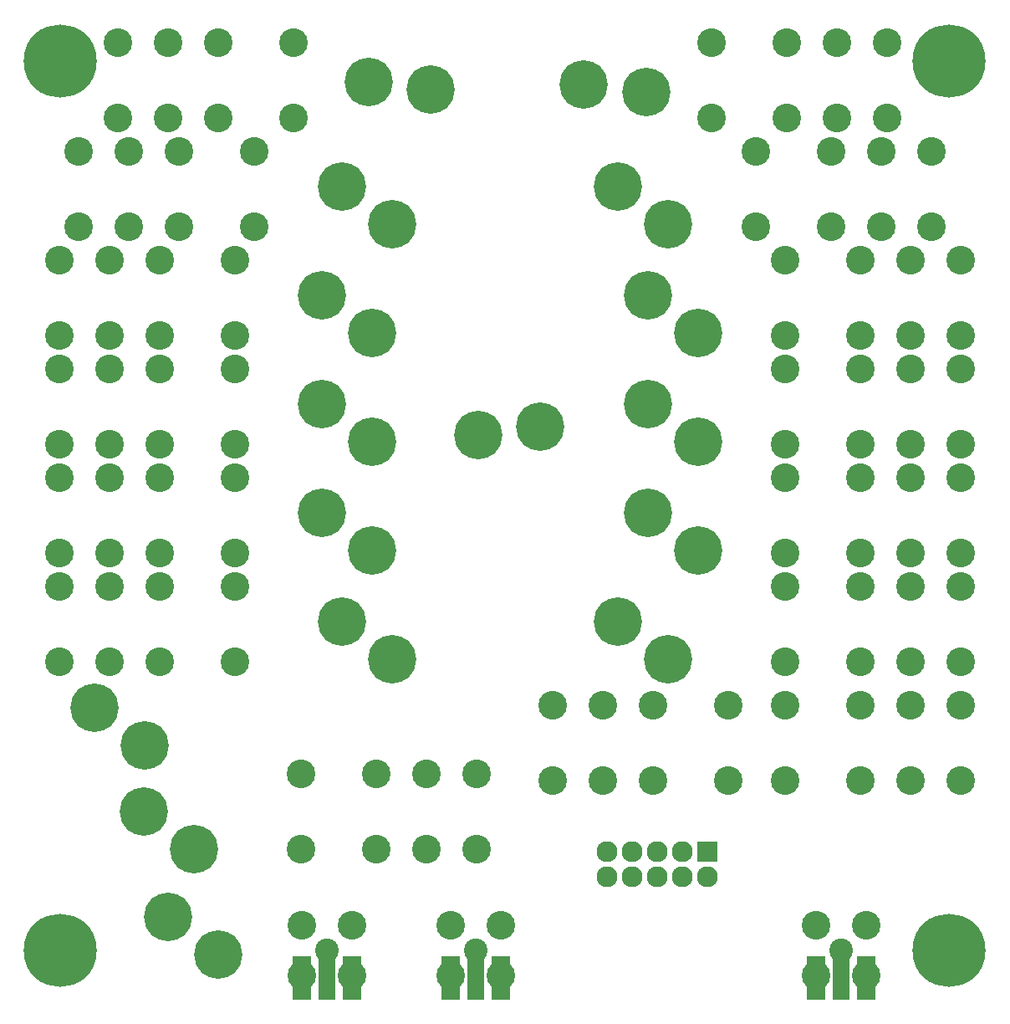
<source format=gts>
G04 #@! TF.FileFunction,Soldermask,Top*
%FSLAX46Y46*%
G04 Gerber Fmt 4.6, Leading zero omitted, Abs format (unit mm)*
G04 Created by KiCad (PCBNEW 4.0.7) date 07/05/18 17:57:39*
%MOMM*%
%LPD*%
G01*
G04 APERTURE LIST*
%ADD10C,0.100000*%
%ADD11C,4.900000*%
%ADD12R,2.127200X2.127200*%
%ADD13O,2.127200X2.127200*%
%ADD14C,2.900000*%
%ADD15C,2.398980*%
%ADD16C,2.899360*%
%ADD17C,7.400000*%
%ADD18R,1.800000X4.400000*%
%ADD19R,1.900000X4.400000*%
G04 APERTURE END LIST*
D10*
D11*
X112965295Y-52370148D03*
X119269705Y-53129705D03*
X91165295Y-52170148D03*
X97469705Y-52929705D03*
X116460000Y-62730000D03*
X121540000Y-66540000D03*
X119460000Y-84730000D03*
X124540000Y-88540000D03*
D12*
X125500000Y-130000000D03*
D13*
X125500000Y-132540000D03*
X122960000Y-130000000D03*
X122960000Y-132540000D03*
X120420000Y-130000000D03*
X120420000Y-132540000D03*
X117880000Y-130000000D03*
X117880000Y-132540000D03*
X115340000Y-130000000D03*
X115340000Y-132540000D03*
D14*
X133380000Y-70190000D03*
X133380000Y-77810000D03*
X141000000Y-70190000D03*
X141000000Y-77810000D03*
X146080000Y-70190000D03*
X146080000Y-77810000D03*
X151160000Y-70190000D03*
X151160000Y-77810000D03*
D11*
X119460000Y-95730000D03*
X124540000Y-99540000D03*
D14*
X127620000Y-122810000D03*
X127620000Y-115190000D03*
X120000000Y-122810000D03*
X120000000Y-115190000D03*
X114920000Y-122810000D03*
X114920000Y-115190000D03*
X109840000Y-122810000D03*
X109840000Y-115190000D03*
X83620000Y-55810000D03*
X83620000Y-48190000D03*
X76000000Y-55810000D03*
X76000000Y-48190000D03*
X70920000Y-55810000D03*
X70920000Y-48190000D03*
X65840000Y-55810000D03*
X65840000Y-48190000D03*
X133380000Y-103190000D03*
X133380000Y-110810000D03*
X141000000Y-103190000D03*
X141000000Y-110810000D03*
X146080000Y-103190000D03*
X146080000Y-110810000D03*
X151160000Y-103190000D03*
X151160000Y-110810000D03*
D11*
X86460000Y-95730000D03*
X91540000Y-99540000D03*
D15*
X102000000Y-140000000D03*
D16*
X104540000Y-137460000D03*
X104540000Y-142540000D03*
X99460000Y-142540000D03*
X99460000Y-137460000D03*
D15*
X139000000Y-140000000D03*
D16*
X141540000Y-137460000D03*
X141540000Y-142540000D03*
X136460000Y-142540000D03*
X136460000Y-137460000D03*
D17*
X60000000Y-50000000D03*
X150000000Y-140000000D03*
X60000000Y-140000000D03*
X150000000Y-50000000D03*
D15*
X87000000Y-140000000D03*
D16*
X89540000Y-137460000D03*
X89540000Y-142540000D03*
X84460000Y-142540000D03*
X84460000Y-137460000D03*
D11*
X86460000Y-84730000D03*
X91540000Y-88540000D03*
X75940000Y-140470000D03*
X70860000Y-136660000D03*
X88460000Y-62730000D03*
X93540000Y-66540000D03*
X86460000Y-73730000D03*
X91540000Y-77540000D03*
X88460000Y-106730000D03*
X93540000Y-110540000D03*
X73540000Y-129770000D03*
X68460000Y-125960000D03*
X119460000Y-73730000D03*
X124540000Y-77540000D03*
X116460000Y-106730000D03*
X121540000Y-110540000D03*
X68540000Y-119270000D03*
X63460000Y-115460000D03*
D14*
X84380000Y-122190000D03*
X84380000Y-129810000D03*
X92000000Y-122190000D03*
X92000000Y-129810000D03*
X97080000Y-122190000D03*
X97080000Y-129810000D03*
X102160000Y-122190000D03*
X102160000Y-129810000D03*
X79620000Y-66810000D03*
X79620000Y-59190000D03*
X72000000Y-66810000D03*
X72000000Y-59190000D03*
X66920000Y-66810000D03*
X66920000Y-59190000D03*
X61840000Y-66810000D03*
X61840000Y-59190000D03*
X77620000Y-77810000D03*
X77620000Y-70190000D03*
X70000000Y-77810000D03*
X70000000Y-70190000D03*
X64920000Y-77810000D03*
X64920000Y-70190000D03*
X59840000Y-77810000D03*
X59840000Y-70190000D03*
X77620000Y-88810000D03*
X77620000Y-81190000D03*
X70000000Y-88810000D03*
X70000000Y-81190000D03*
X64920000Y-88810000D03*
X64920000Y-81190000D03*
X59840000Y-88810000D03*
X59840000Y-81190000D03*
X77620000Y-99810000D03*
X77620000Y-92190000D03*
X70000000Y-99810000D03*
X70000000Y-92190000D03*
X64920000Y-99810000D03*
X64920000Y-92190000D03*
X59840000Y-99810000D03*
X59840000Y-92190000D03*
X77620000Y-110810000D03*
X77620000Y-103190000D03*
X70000000Y-110810000D03*
X70000000Y-103190000D03*
X64920000Y-110810000D03*
X64920000Y-103190000D03*
X59840000Y-110810000D03*
X59840000Y-103190000D03*
X125880000Y-48190000D03*
X125880000Y-55810000D03*
X133500000Y-48190000D03*
X133500000Y-55810000D03*
X138580000Y-48190000D03*
X138580000Y-55810000D03*
X143660000Y-48190000D03*
X143660000Y-55810000D03*
X130380000Y-59190000D03*
X130380000Y-66810000D03*
X138000000Y-59190000D03*
X138000000Y-66810000D03*
X143080000Y-59190000D03*
X143080000Y-66810000D03*
X148160000Y-59190000D03*
X148160000Y-66810000D03*
X133380000Y-81190000D03*
X133380000Y-88810000D03*
X141000000Y-81190000D03*
X141000000Y-88810000D03*
X146080000Y-81190000D03*
X146080000Y-88810000D03*
X151160000Y-81190000D03*
X151160000Y-88810000D03*
X133380000Y-92190000D03*
X133380000Y-99810000D03*
X141000000Y-92190000D03*
X141000000Y-99810000D03*
X146080000Y-92190000D03*
X146080000Y-99810000D03*
X151160000Y-92190000D03*
X151160000Y-99810000D03*
X133380000Y-115190000D03*
X133380000Y-122810000D03*
X141000000Y-115190000D03*
X141000000Y-122810000D03*
X146080000Y-115190000D03*
X146080000Y-122810000D03*
X151160000Y-115190000D03*
X151160000Y-122810000D03*
D11*
X102305923Y-87898026D03*
X108592102Y-87000000D03*
D18*
X102000000Y-142800000D03*
D19*
X104540000Y-142800000D03*
X99460000Y-142800000D03*
D18*
X87000000Y-142800000D03*
D19*
X89540000Y-142800000D03*
X84460000Y-142800000D03*
D18*
X139000000Y-142800000D03*
D19*
X141540000Y-142800000D03*
X136460000Y-142800000D03*
M02*

</source>
